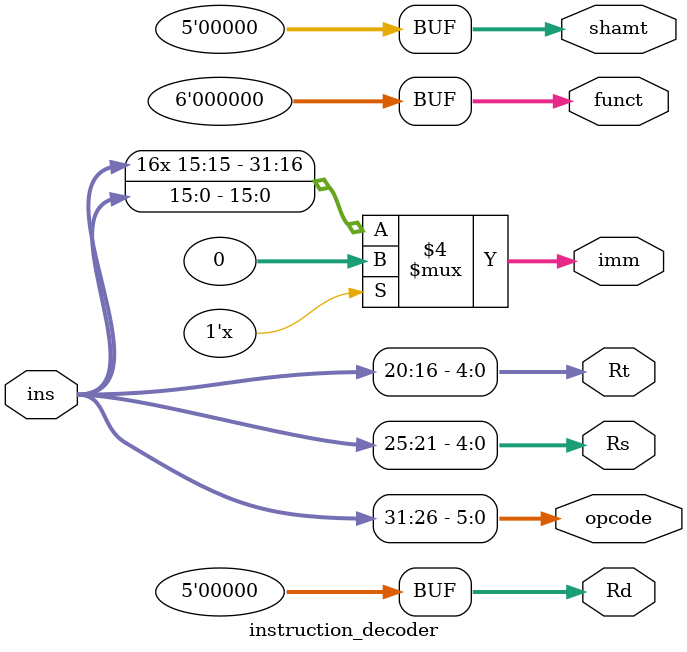
<source format=v>

module instruction_decoder (ins,opcode,Rs,Rt,Rd,shamt,funct,imm);
    input [31:0] ins;
    output reg [5:0] opcode,funct;
    output reg [4:0] Rs,Rt,Rd,shamt;
    output reg [31:0] imm;

   always @(*)
        begin
            opcode <= ins[31:26];
            case(opcode)
                // R-type instructions - arithmetic operations
                6'b000000: begin
                    Rs <= ins[25:21];
                    Rt <= ins[20:16];
                    Rd <= ins[15:11];
                    shamt <= ins[10:6];
                    funct <= ins[5:0];
                    imm <= 0;
                end

                // PUSH (instruction of type PUSH Rt)
                // Rs will be used to get SP in this case. also writing to SP will be required so Rd will also be SP
                6'b010011: begin
                    Rs <= 16;
                    Rt <= ins[25:21];
                    Rd <= 16;
                    shamt <= 0;
                    funct <= 0;
                    imm <= 0; // not used
                end

                // POP (instruction of type POP Rt)
                // Rs will be used to get SP in this case. also writing to SP will be required so Rd will also be SP
                6'b010100: begin
                    Rs <= 16;
                    Rt <= ins[25:21];
                    Rd <= 16;
                    shamt <= 0;
                    funct <= 0;
                    imm <= 0; // not used
                end

                // CALL (instruction of type CALL imm)
                // Rs will be used to get SP in this case. also writing to SP will be required so Rd will also be SP
                6'b010101: begin
                    Rs <= 16;
                    Rt <= 0;
                    Rd <= 16;
                    shamt <= 0;
                    funct <= 0;
                    imm <= { {16{ins[15]}} , ins[15:0]};
                end

                // RET
                // Rs will be used to get SP in this case. also writing to SP will be required so Rd will also be SP
                6'b011000: begin
                    Rs <= 16;
                    Rt <= 0;
                    Rd <= 16;
                    shamt <= 0;
                    funct <= 0;
                    imm <= 0;
                end

                // HALT
                6'b010110: begin
                    Rs <= 0;
                    Rt <= 0;
                    Rd <= 0;
                    shamt <= 0;
                    funct <= 0;
                    imm <= 0;
                end

                // NOP
                6'b010111: begin
                    Rs <= 0;
                    Rt <= 0;
                    Rd <= 0;
                    shamt <= 0;
                    funct <= 0;
                    imm <= 0;
                end
                


                // other I-type instructions 
                default: begin
                    Rs <= ins[25:21];
                    Rt <= ins[20:16];
                    Rd <= 0;
                    shamt <= 0;
                    funct <= 0;
                    if (opcode == 6'b010010) imm <= 0; // implementing MOVE as ADDI with Imm = 0
                    else imm <= { {16{ins[15]}} , ins[15:0]};
                end
                
            endcase
        end
endmodule
</source>
